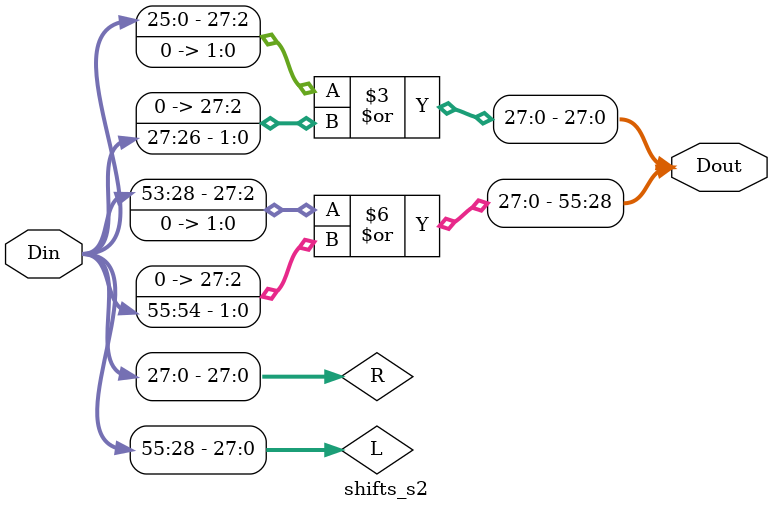
<source format=v>
`timescale 1ns / 1ps


module shifts_s1(
    input [55:0] Din,
    output [55:0] Dout
    );

parameter shift_count = 1;

wire [27:0] L;
wire [27:0] R;
wire [55:0] Dtmp;

assign L = Din[55:28];
assign R = Din[27:0];

assign Dtmp = {(L << shift_count) | (L >> (28-shift_count)), (R << shift_count) | (R >> (28-shift_count))};

assign Dout = Dtmp;

endmodule


module shifts_s2(
    input [55:0] Din,
    output [55:0] Dout
    );

parameter shift_count = 2;

wire [27:0] L;
wire [27:0] R;

assign L = Din[55:28];
assign R = Din[27:0];

assign Dout = {(L << shift_count) | (L >> (28-shift_count)), (R << shift_count) | (R >> (28-shift_count))};

endmodule

</source>
